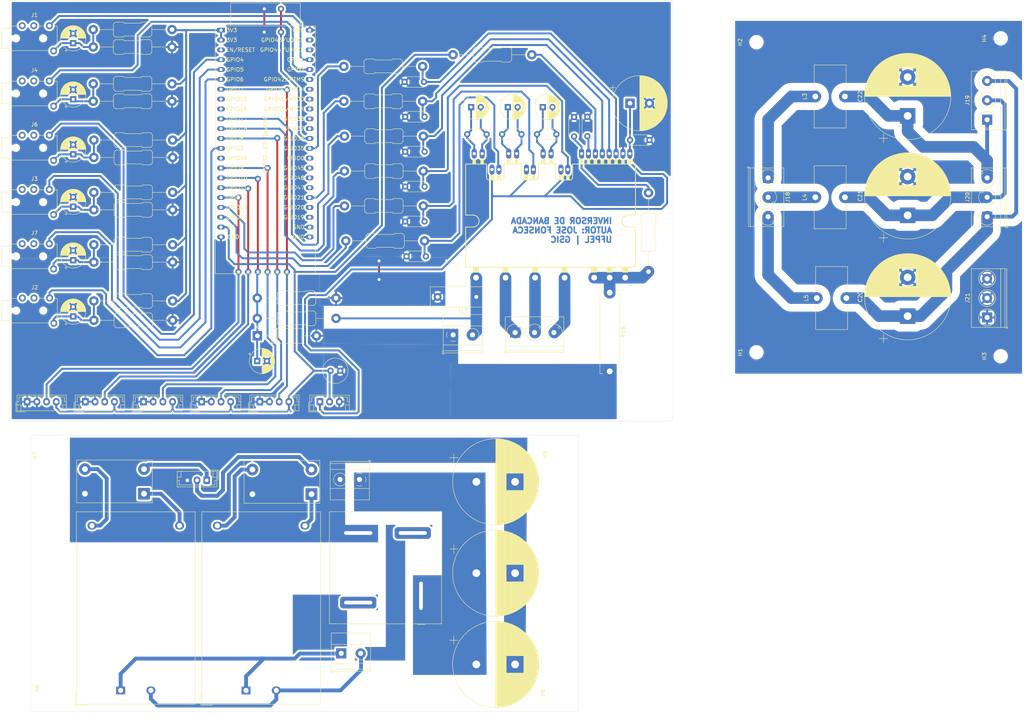
<source format=kicad_pcb>
(kicad_pcb (version 20240108) (generator "pcbnew") (generator_version "8.0")
  (layers (0 "F.Cu" signal) (31 "B.Cu" signal) (34 "B.Paste" user) (35 "F.Paste" user) (36 "B.SilkS" user "B.Silkscreen") (37 "F.SilkS" user "F.Silkscreen") (38 "B.Mask" user) (39 "F.Mask" user) (44 "Edge.Cuts" user))
  (net 0 "")
  (net 1 "PWM_UH")
  (net 2 "GND")
  (net 3 "PWM_VL")
  (net 4 "PWM_WL")
  (net 5 "PWM_VH")
  (net 6 "PWM_WH")
  (net 7 "+5V")
  (net 8 "PWM_UL")
  (net 9 "VBUS")
  (net 10 "INWH")
  (net 11 "INVH")
  (net 12 "INUH")
  (net 13 "INWL")
  (net 14 "INVL")
  (net 15 "INUL")
  (net 16 "Net-(IC1-VBU)")
  (net 17 "Net-(IC1-VSU)")
  (net 18 "Net-(IC1-VBV)")
  (net 19 "Net-(IC1-VSV)")
  (net 20 "Net-(IC1-VBW)")
  (net 21 "Net-(IC1-VSW)")
  (net 22 "Net-(IC1-CFOD)")
  (net 23 "+15V")
  (net 24 "CSC")
  (net 25 "Net-(C25-Pad1)")
  (net 26 "Net-(C26-Pad1)")
  (net 27 "Net-(C27-Pad1)")
  (net 28 "Net-(C28-Pad1)")
  (net 29 "Net-(C29-Pad1)")
  (net 30 "Net-(C30-Pad1)")
  (net 31 "VoltSens_Link")
  (net 32 "Net-(IC1-U)")
  (net 33 "Net-(IC1-W)")
  (net 34 "Net-(IC1-V)")
  (net 35 "VFO")
  (net 36 "AmpSens_L1_AF")
  (net 37 "AmpSens_L2_AF")
  (net 38 "AmpSens_L3_AF")
  (net 39 "AmpSens_L1_DF")
  (net 40 "AmpSens_L2_DF")
  (net 41 "AmpSens_L3_DF")
  (net 42 "VoltSens_L1")
  (net 43 "VoltSens_L2")
  (net 44 "VoltSens_L3")
  (net 45 "VoltSens_L12")
  (net 46 "VoltSens_L23")
  (net 47 "+3.3V")
  (net 66 "Net-(IC1-NU)")
  (net 67 "Net-(C20-Pad1)")
  (net 68 "Net-(C21-Pad1)")
  (net 69 "Net-(C22-Pad1)")
  (net 70 "Net-(J18-Pad2)")
  (net 71 "Net-(J18-Pad1)")
  (net 72 "Net-(J18-Pad3)")
  (footprint "PCM_Resistor_THT_AKL:R_Axial_DIN0411_L9.9mm_D3.6mm_P20.32mm_Horizontal" (layer "F.Cu") (at 78.23 90)
    (property "Reference" "R29" (hide yes))
    (property "Value" "10k" (hide yes))
  )
  (footprint "PCM_Resistor_THT_AKL:R_Axial_DIN0411_L9.9mm_D3.6mm_P20.32mm_Horizontal" (layer "F.Cu") (at 179.15 62.84 -90)
    (property "Reference" "R13" (hide yes))
    (property "Value" "100" (hide yes))
  )
  (footprint "PCM_Resistor_THT_AKL:R_Axial_DIN0411_L9.9mm_D3.6mm_P20.32mm_Horizontal" (layer "F.Cu") (at 56.25 20.74 180)
    (property "Reference" "R7" (hide yes))
    (property "Value" "10k" (hide yes))
  )
  (footprint "Capacitor_THT:C_Disc_D4.7mm_W2.5mm_P5.00mm" (layer "F.Cu") (at 159.95 48.3 90)
    (property "Reference" "C23" (hide yes))
    (property "Value" "10n")
  )
  (footprint "Connector_JST:JST_EH_B4B-EH-A_1x04_P2.50mm_Vertical" (layer "F.Cu") (at 33.89 116.74)
    (property "Reference" "J12" (hide yes))
    (property "Value" "JST_04")
  )
  (footprint "Connector_JST:JST_EH_B4B-EH-A_1x04_P2.50mm_Vertical" (layer "F.Cu") (at 78.89 116.74)
    (property "Reference" "J9" (hide yes))
    (property "Value" "JST_04")
  )
  (footprint "PCM_Resistor_THT_AKL:R_Axial_DIN0411_L9.9mm_D3.6mm_P20.32mm_Horizontal" (layer "F.Cu") (at 100.73 57.24)
    (property "Reference" "R4" (hide yes))
    (property "Value" "100" (hide yes))
  )
  (footprint "Inductor_THT:L_Toroid_Vertical_L16.0mm_W8.0mm_P7.62mm" (layer "F.Cu") (at 222.19 38 90)
    (property "Reference" "L3")
    (property "Value" "220uH")
  )
  (footprint "MountingHole:MountingHole_3.2mm_M3" (layer "F.Cu") (at 156.69625 130.30375 90)
    (property "Reference" "H5")
    (property "Value" "MountingHole_M3")
  )
  (footprint "MountingHole:MountingHole_3.2mm_M3" (layer "F.Cu") (at 207 104 90)
    (property "Reference" "H1")
    (property "Value" "MountingHole_M3")
  )
  (footprint "Inductor_THT:L_Toroid_Vertical_L16.0mm_W8.0mm_P7.62mm" (layer "F.Cu") (at 222.19 64 90)
    (property "Reference" "L4")
    (property "Value" "220uH")
  )
  (footprint "PCM_Resistor_THT_AKL:R_Axial_DIN0411_L9.9mm_D3.6mm_P20.32mm_Horizontal" (layer "F.Cu") (at 100.73 48.24)
    (property "Reference" "R3" (hide yes))
    (property "Value" "100" (hide yes))
  )
  (footprint "PCM_Resistor_THT_AKL:R_Axial_DIN0411_L9.9mm_D3.6mm_P20.32mm_Horizontal" (layer "F.Cu") (at 56.41 62.74 180)
    (property "Reference" "R18" (hide yes))
    (property "Value" "10k" (hide yes))
  )
  (footprint "PCM_Resistor_THT_AKL:R_Axial_DIN0411_L9.9mm_D3.6mm_P20.32mm_Horizontal" (layer "F.Cu") (at 56.41 49.24 180)
    (property "Reference" "R23" (hide yes))
    (property "Value" "10k" (hide yes))
  )
  (footprint "MountingHole:MountingHole_3.2mm_M3" (layer "F.Cu") (at 25.69625 190.70375 90)
    (property "Reference" "H8")
    (property "Value" "MountingHole_M3")
  )
  (footprint "TerminalBlock_Phoenix:TerminalBlock_Phoenix_MKDS-1,5-2_1x02_P5.00mm_Horizontal" (layer "F.Cu") (at 99.9 181.645)
    (property "Reference" "J5" (hide yes))
    (property "Value" "Screw_Terminal_01x02")
  )
  (footprint "Connector_Audio:Jack_3.5mm_KoreanHropartsElec_PJ-320D-4A_Horizontal" (layer "F.Cu") (at 20.75 37.24)
    (property "Reference" "J4")
    (property "Value" "AudioJack2")
  )
  (footprint "Capacitor_THT:C_Radial_D6.3mm_H5.0mm_P2.50mm" (layer "F.Cu") (at 97.14 108.74)
    (property "Reference" "C7" (hide yes))
    (property "Value" "10u")
  )
  (footprint "FSBB30CH60:FSBB30CH60" (layer "F.Cu") (at 153.89 68.74 180)
    (property "Reference" "IC1" (hide yes))
    (property "Value" "FSBB30CH60")
  )
  (footprint "Capacitor_THT:C_Disc_D4.7mm_W2.5mm_P5.00mm" (layer "F.Cu") (at 141.39 47.74)
    (property "Reference" "C16" (hide yes))
    (property "Value" "100n")
  )
  (footprint "TerminalBlock_Phoenix:TerminalBlock_Phoenix_PT-1,5-3-5.0-H_1x03_P5.00mm_Horizontal" (layer "F.Cu") (at 266.5 69 90)
    (property "Reference" "J20")
    (property "Value" "Screw_Terminal_3_P5.00mm")
  )
  (footprint "Connector_JST:JST_EH_B4B-EH-A_1x04_P2.50mm_Vertical" (layer "F.Cu") (at 48.89 116.74)
    (property "Reference" "J11" (hide yes))
    (property "Value" "JST_04")
  )
  (footprint "Connector_Audio:Jack_3.5mm_KoreanHropartsElec_PJ-320D-4A_Horizontal" (layer "F.Cu") (at 20.8 93.24)
    (property "Reference" "J2")
    (property "Value" "AudioJack2")
  )
  (footprint "Connector_JST:JST_EH_B4B-EH-A_1x04_P2.50mm_Vertical" (layer "F.Cu") (at 63.89 116.74)
    (property "Reference" "J10" (hide yes))
    (property "Value" "JST_04")
  )
  (footprint "PCM_Resistor_THT_AKL:R_Axial_DIN0411_L9.9mm_D3.6mm_P20.32mm_Horizontal" (layer "F.Cu") (at 35.93 39.24)
    (property "Reference" "R25" (hide yes))
    (property "Value" "10k" (hide yes))
  )
  (footprint "PCM_Resistor_THT_AKL:R_Axial_DIN0411_L9.9mm_D3.6mm_P20.32mm_Horizontal" (layer "F.Cu") (at 100.73 66.24)
    (property "Reference" "R1" (hide yes))
    (property "Value" "100" (hide yes))
  )
  (footprint "Capacitor_THT:CP_Radial_D6.3mm_P2.50mm" (layer "F.Cu") (at 30.75 66.42238 90)
    (property "Reference" "C27" (hide yes))
    (property "Value" "10u" (hide yes))
  )
  (footprint "Capacitor_THT:C_Disc_D4.7mm_W2.5mm_P5.00mm" (layer "F.Cu") (at 121.73 79.24 180)
    (property "Reference" "C5" (hide yes))
    (property "Value" "1n")
  )
  (footprint "Converter_ACDC:Converter_ACDC_Hi-Link_HLK-10Mxx" (layer "F.Cu") (at 75.3425 191.2075 90)
    (property "Reference" "PS1" (hide yes))
    (property "Value" "HLK-10M05")
  )
  (footprint "Capacitor_THT:C_Disc_D4.7mm_W2.5mm_P5.00mm" (layer "F.Cu") (at 121.39 52.24 180)
    (property "Reference" "C6" (hide yes))
    (property "Value" "1n")
  )
  (footprint "Capacitor_THT:CP_Radial_D22.0mm_P10.00mm_SnapIn" (layer "F.Cu") (at 246 68.657831 90)
    (property "Reference" "C21")
    (property "Value" "100u/500V")
  )
  (footprint "TerminalBlock_Phoenix:TerminalBlock_Phoenix_PT-1,5-3-5.0-H_1x03_P5.00mm_Horizontal" (layer "F.Cu") (at 266.5 44 90)
    (property "Reference" "J19")
    (property "Value" "Screw_Terminal_3_P5.00mm")
  )
  (footprint "Converter_ACDC:Converter_ACDC_Hi-Link_HLK-10Mxx" (layer "F.Cu") (at 43 191.2 90)
    (property "Reference" "PS2" (hide yes))
    (property "Value" "HLK-10M15")
  )
  (footprint "TerminalBlock_Phoenix:TerminalBlock_Phoenix_MKDS-1,5-2_1x02_P5.00mm_Horizontal" (layer "F.Cu") (at 128.75 99.5)
    (property "Reference" "J17")
    (property "Value" "Screw_Terminal_01x02")
  )
  (footprint "TerminalBlock_Phoenix:TerminalBlock_Phoenix_MKDS-1,5-2_1x02_P5.00mm_Horizontal" (layer "F.Cu") (at 104.6 136.8 180)
    (property "Reference" "J14" (hide yes))
    (property "Value" "Screw_Terminal_01x02" (hide yes))
  )
  (footprint "Capacitor_THT:C_Disc_D4.7mm_W2.5mm_P5.00mm" (layer "F.Cu") (at 174.39 49.24)
    (property "Reference" "C19" (hide yes))
    (property "Value" "1u")
  )
  (footprint "Capacitor_THT:CP_Radial_D22.0mm_P10.00mm_SnapIn" (layer "F.Cu") (at 134.742168 184.5)
    (property "Reference" "C3" (hide yes))
    (property "Value" "100u/500V")
  )
  (footprint "Capacitor_THT:CP_Radial_D6.3mm_P2.50mm" (layer "F.Cu") (at 133.39 40.74)
    (property "Reference" "C13" (hide yes))
    (property "Value" "22u")
  )
  (footprint "PCM_Resistor_THT_AKL:R_Axial_DIN0411_L9.9mm_D3.6mm_P20.32mm_Horizontal" (layer "F.Cu") (at 128.73 27.24)
    (property "Reference" "R12" (hide yes))
    (property "Value" "4k7" (hide yes))
  )
  (footprint "Capacitor_THT:CP_Radial_D6.3mm_P2.50mm" (layer "F.Cu") (at 151.89 40.74)
    (property "Reference" "C11" (hide yes))
    (property "Value" "22u")
  )
  (footprint "TerminalBlock_Phoenix:TerminalBlock_Phoenix_PT-1,5-3-5.0-H_1x03_P5.00mm_Horizontal" (layer "F.Cu") (at 144.75 98.9)
    (property "Reference" "J8" (hide yes))
    (property "Value" "Screw_Terminal_3_P5.00mm")
  )
  (footprint "Capacitor_THT:CP_Radial_D6.3mm_P2.50mm" (layer "F.Cu") (at 30.75 38.74 90)
    (property "Reference" "C28" (hide yes))
    (property "Value" "10u" (hide yes))
  )
  (footprint "Capacitor_THT:C_Disc_D4.7mm_W2.5mm_P5.00mm" (layer "F.Cu") (at 121.39 61.24 180)
    (property "Reference" "C8" (hide yes))
    (property "Value" "1n")
  )
  (footprint "Capacitor_THT:CP_Radial_D22.0mm_P10.00mm_SnapIn" (layer "F.Cu") (at 134.742168 137.4)
    (property "Reference" "C1" (hide yes))
    (property "Value" "100u/500V")
  )
  (footprint "Capacitor_THT:C_Disc_D6.0mm_W2.5mm_P5.00mm" (layer "F.Cu") (at 163.39 48.24 90)
    (property "Reference" "C14" (hide yes))
    (property "Value" "33n")
  )
  (footprint "Diode_THT:Diode_Bridge_DIGITRON_KBPC_T" (layer "F.Cu") (at 120.47 166.8 180)
    (property "Reference" "D1" (hide yes))
    (property "Value" "KBPC5010T")
  )
  (footprint "Capacitor_THT:CP_Radial_D14.0mm_P5.00mm" (layer "F.Cu") (at 174.39 39.74)
    (property "Reference" "C18" (hide yes))
    (property "Value" "1000u")
  )
  (footprint "MountingHole:MountingHole_3.2mm_M3" (layer "F.Cu") (at 207 24 90)
    (property "Reference" "H2")
    (property "Value" "MountingHole_M3")
  )
  (footprint "Capacitor_THT:C_Disc_D4.7mm_W2.5mm_P5.00mm" (layer "F.Cu") (at 121.39 43.24 180)
    (property "Reference" "C9" (hide yes))
    (property "Value" "1n")
  )
  (footprint "Connector_JST:JST_EH_B3B-EH-A_1x03_P2.50mm_Vertical" (layer "F.Cu") (at 94.39 116.74)
    (property "Reference" "J16" (hide yes))
    (property "Value" "JST_03")
  )
  (footprint "Connector_JST:JST_EH_B3B-EH-A_1x03_P2.50mm_Vertical" (layer "F.Cu") (at 65.2 137 180)
    (property "Reference" "J15" (hide yes))
    (property "Value" "JST_03")
  )
  (footprint "PCM_Resistor_THT_AKL:R_Axial_DIN0411_L9.9mm_D3.6mm_P20.32mm_Horizontal" (layer "F.Cu") (at 36.09 95.74)
    (property "Reference" "R20" (hide yes))
    (property "Value" "10k" (hide yes))
  )
  (footprint "MountingHole:MountingHole_3.2mm_M3" (layer "F.Cu") (at 270 105 90)
    (property "Reference" "H3")
    (property "Value" "MountingHole_M3")
  )
  (footprint "Diode_THT:D_DO-15_P15.24mm_Horizontal" (layer "F.Cu") (at 78.27 99.74)
    (property "Reference" "DZ1" (hide yes))
    (property "Value" "3v3")
  )
  (footprint "Inductor_THT:L_CommonMode_Toroid_Vertical_L19.3mm_W10.8mm_Px6.35mm_Py15.24mm_Bourns_8100" (layer "F.Cu") (at 49.02 140.475 180)
    (property "Reference" "L2" (hide yes))
    (property "Value" "Choke")
  )
  (footprint "PCM_Resistor_THT_AKL:R_Axial_DIN0411_L9.9mm_D3.6mm_P20.32mm_Horizontal" (layer "F.Cu") (at 100.57 30.24)
    (property "Reference" "R6" (hide yes))
    (property "Value" "100" (hide yes))
  )
  (footprint "Connector_Audio:Jack_3.5mm_KoreanHropartsElec_PJ-320D-4A_Horizontal" (layer "F.Cu") (at 20.75 79.24)
    (property "Reference" "J7")
    (property "Value" "AudioJack2")
  )
  (footprint "PCM_Resistor_THT_AKL:R_Axial_DIN0411_L9.9mm_D3.6mm_P20.32mm_Horizontal" (layer "F.Cu") (at 101.07 75.24)
    (property "Reference" "R2" (hide yes))
    (property "Value" "100" (hide yes))
  )
  (footprint "Capacitor_THT:C_Disc_D4.7mm_W2.5mm_P5.00mm" (layer "F.Cu") (at 132.39 47.74)
    (property "Reference" "C17" (hide yes))
    (property "Value" "100n")
  )
  (footprint "Capacitor_THT:CP_Radial_D6.3mm_P2.50mm" (layer "F.Cu") (at 30.75 80.24 90)
    (property "Reference" "C30" (hide yes))
    (property "Value" "10u" (hide yes))
  )
  (footprint "Connector_Audio:Jack_3.5mm_KoreanHropartsElec_PJ-320D-4A_Horizontal" (layer "F.Cu") (at 20.75 65.24)
    (property "Reference" "J3")
    (property "Value" "AudioJack2")
  )
  (footprint "Capacitor_THT:C_Rect_L13.5mm_W5.0mm_P10.00mm_FKS3_FKP3_MKS4" (layer "F.Cu") (at 134.75 89.7 180)
    (property "Reference" "C24" (hide yes))
    (property "Value" "0.22u/400v")
  )
  (footprint "Capacitor_THT:CP_Radial_D6.3mm_P2.50mm" (layer "F.Cu") (at 30.75 24.24 90)
    (property "Reference" "C25" (hide yes))
    (property "Value" "10u" (hide yes))
  )
  (footprint "Capacitor_THT:CP_Radial_D22.0mm_P10.00mm_SnapIn" (layer "F.Cu") (at 246 43 90)
    (property "Reference" "C22")
    (property "Value" "100u/500V")
  )
  (footprint "PCM_Resistor_THT_AKL:R_Axial_DIN0411_L9.9mm_D3.6mm_P20.32mm_Horizontal" (layer "F.Cu") (at 36.09 53.74)
    (property "Reference" "R26" (hide yes))
    (property "Value" "10k" (hide yes))
  )
  (footprint "Inductor_THT:L_Toroid_Vertical_L16.0mm_W8.0mm_P7.62mm" (layer "F.Cu") (at 222.57 90 90)
    (property "Reference" "L5")
    (property "Value" "220uH")
  )
  (footprint "Capacitor_THT:C_Disc_D4.7mm_W2.5mm_P5.00mm" (layer "F.Cu") (at 121.39 70.24 180)
    (property "Reference" "C4" (hide yes))
    (property "Value" "1n")
  )
  (footprint "PCM_Resistor_THT_AKL:R_Axial_DIN0411_L9.9mm_D3.6mm_P20.32mm_Horizontal" (layer "F.Cu") (at 98.55 95.24 180)
    (property "Reference" "R28" (hide yes))
    (property "Value" "1M" (hide yes))
  )
  (footprint "Capacitor_THT:CP_Radial_D22.0mm_P10.00mm_SnapIn" (layer "F.Cu") (at 134.742168 160.95)
    (property "Reference" "C2" (hide yes))
    (property "Value" "100u/500V")
  )
  (footprint "PCM_Resistor_THT_AKL:R_Axial_DIN0411_L9.9mm_D3.6mm_P20.32mm_Horizontal" (layer "F.Cu") (at 35.93 25.24)
    (property "Reference" "R19" (hide yes))
    (property "Value" "10k" (hide yes))
  )
  (footprint "Capacitor_THT:CP_Radial_D6.3mm_P2.50mm" (layer "F.Cu") (at 30.75 52.92238 90)
    (property "Reference" "C29" (hide yes))
    (property "Value" "10u" (hide yes))
  )
  (footprint "PCM_Resistor_THT_AKL:R_Axial_DIN0411_L9.9mm_D3.6mm_P20.32mm_Horizontal" (layer "F.Cu") (at 36.09 80.74)
    (property "Reference" "R27" (hide yes))
    (property "Value" "10k" (hide yes))
  )
  (footprint "Capacitor_THT:CP_Radial_D22.0mm_P10.00mm_SnapIn" (layer "F.Cu") (at 246 94.657831 90)
    (property "Reference" "C20")
    (property "Value" "100u/500V")
  )
  (footprint "PCM_Resistor_THT_AKL:R_Axial_DIN0411_L9.9mm_D3.6mm_P20.32mm_Horizontal" (layer "F.Cu") (at 36.09 67.24)
    (property "Reference" "R21" (hide yes))
    (property "Value" "10k" (hide yes))
  )
  (footprint "TerminalBlock_Phoenix:TerminalBlock_Phoenix_PT-1,5-3-5.0-H_1x03_P5.00mm_Horizontal" (layer "F.Cu") (at 266.5 95 90)
    (property "Reference" "J21")
    (property "Value" "Screw_Terminal_3_P5.00mm")
  )
  (footprint "MountingHole:MountingHole_3.2mm_M3" (layer "F.Cu") (at 25.19625 130.60375 90)
    (property "Reference" "H7")
    (property "Value" "MountingHole_M3")
  )
  (footprint "Capacitor_THT:CP_Radial_D6.3mm_P2.50mm" (layer "F.Cu") (at 142.89 40.74)
    (property "Reference" "C12" (hide yes))
    (property "Value" "22u")
  )
  (footprint "Inductor_THT:L_CommonMode_Toroid_Vertical_L19.3mm_W10.8mm_Px6.35mm_Py15.24mm_Bourns_8100" (layer "F.Cu") (at 92.22 140.575 180)
    (property "Reference" "L1" (hide yes))
    (property "Value" "Choke")
  )
  (footprint "PCM_Resistor_THT_AKL:R_Bare_Metal_Element_L21.3mm_W4.8mm_P20.30mm" (layer "F.Cu") (at 169.15 88.6 -90)
    (property "Reference" "R16")
    (property "Value" "11m" (hide yes))
  )
  (footprint "PCM_Resistor_THT_AKL:R_Axial_DIN0411_L9.9mm_D3.6mm_P20.32mm_Horizontal" (layer "F.Cu") (at 56.41 90.74 180)
    (property "Reference" "R8" (hide yes))
    (property "Value" "10k" (hide yes))
  )
  (footprint "PCM_Resistor_THT_AKL:R_Axial_DIN0411_L9.9mm_D3.6mm_P20.32mm_Horizontal" (layer "F.Cu") (at 56.41 76.24 180)
    (property "Reference" "R24" (hide yes))
    (property "Value" "10k" (hide yes))
  )
  (footprint "PCM_Resistor_THT_AKL:R_Axial_DIN0411_L9.9mm_D3.6mm_P20.32mm_Horizontal" (layer "F.Cu") (at 100.57 39.24)
    (property "Reference" "R5" (hide yes))
    (property "Value" "100" (hide yes))
  )
  (footprint "MountingHole:MountingHole_3.2mm_M3" (layer "F.Cu") (at 270 23 90)
    (property "Reference" "H4")
    (property "Value" "MountingHole_M3")
  )
  (footprint "Connector_Audio:Jack_3.5mm_KoreanHropartsElec_PJ-320D-4A_Horizontal" (layer "F.Cu") (at 20.75 51.24)
    (property "Reference" "J6")
    (property "Value" "AudioJack2")
  )
  (footprint "Capacitor_THT:CP_Radial_D6.3mm_P2.50mm" (layer "F.Cu") (at 78.207621 106.24)
    (property "Reference" "C31" (hide yes))
    (property "Value" "10u")
  )
  (footprint "Connector_Audio:Jack_3.5mm_KoreanHropartsElec_PJ-320D-4A_Horizontal" (layer "F.Cu") (at 20.75 23)
    (property "Reference" "J1")
    (property "Value" "AudioJack2")
  )
  (footprint "PCM_Espressif:ESP32-S3-DevKitC" (layer "F.Cu") (at 68.89 20.9)
    (property "Reference" "U1" (hide yes))
    (property "Value" "ESP32-S3-DevKitC")
  )
  (footprint "PCM_Resistor_THT_AKL:R_Axial_DIN0411_L9.9mm_D3.6mm_P20.32mm_Horizontal" (layer "F.Cu") (at 56.25 34.74 180)
    (property "Reference" "R22" (hide yes))
    (property "Value" "10k" (hide yes))
  )
  (footprint "Connector_JST:JST_EH_B4B-EH-A_1x04_P2.50mm_Vertical" (layer "F.Cu") (at 18.89 116.74)
    (property "Reference" "J13" (hide yes))
    (property "Value" "JST_04")
  )
  (footprint "Capacitor_THT:CP_Radial_D6.3mm_P2.50mm" (layer "F.Cu") (at 30.75 94.74 90)
    (property "Reference" "C26" (hide yes))
    (property "Value" "10u" (hide yes))
  )
  (footprint "Capacitor_THT:C_Disc_D4.7mm_W2.5mm_P5.00mm" (layer "F.Cu") (at 150.39 47.74)
    (property "Reference" "C15" (hide yes))
    (property "Value" "100n")
  )
  (footprint "Capacitor_THT:C_Disc_D4.7mm_W2.5mm_P5.00mm" (layer "F.Cu") (at 121.23 34.24 180)
    (property "Reference" "C10" (hide yes))
    (property "Value" "1n")
  )
  (footprint "TerminalBlock_Phoenix:TerminalBlock_Phoenix_PT-1,5-3-5.0-H_1x03_P5.00mm_Horizontal" (layer "F.Cu") (at 210 59 -90)
    (property "Reference" "J18")
    (property "Value" "Screw_Terminal_3_P5.00mm")
  )
  (footprint "MountingHole:MountingHole_3.2mm_M3" (layer "F.Cu") (at 156.09625 191.80375 90)
    (property "Reference" "H6")
    (property "Value" "MountingHole_M3")
  )
  (gr_rect (start 201 18) (end 276 110) (stroke (width 0.05)) (fill none) (layer "Edge.Cuts"))
  (gr_rect (start 14.39 13.14) (end 185.39 121.74) (stroke (width 0.05)) (fill none) (layer "Edge.Cuts"))
  (gr_rect (start 19.8 125.4) (end 161 196.6) (stroke (width 0.05)) (fill none) (layer "Edge.Cuts"))
  (gr_text "INVERSOR DE BANCADA\nAUTOR: JOSE FONSECA\nUFPEL | GSIC" (at 169.95 75.8 0) (layer "B.Cu") (effects (font (size 1.5 1.5) (thickness 0.375) (bold yes)) (justify left bottom mirror)))
  (segment (start 39.4 136.5) (end 39.4 147) (width 1) (layer "B.Cu") (net 0))
  (segment (start 76.98 134.225) (end 74.175 134.225) (width 1) (layer "B.Cu") (net 0))
  (segment (start 75.3425 191.2075) (end 75.3425 187.5575) (width 1) (layer "B.Cu") (net 0))
  (segment (start 92.22 140.575) (end 92.22 147.03) (width 1) (layer "B.Cu") (net 0))
  (segment (start 37.025 134.125) (end 39.4 136.5) (width 1) (layer "B.Cu") (net 0))
  (segment (start 50.8 193.4) (end 50.8 191.2) (width 1) (layer "B.Cu") (net 0))
  (segment (start 105 185.9) (end 99.6925 191.2075) (width 1) (layer "B.Cu") (net 0))
  (segment (start 92.22 147.03) (end 90.5425 148.7075) (width 1) (layer "B.Cu") (net 0))
  (segment (start 99.6925 191.2075) (end 83.1425 191.2075) (width 1) (layer "B.Cu") (net 0))
  (segment (start 99.9 181.7) (end 89.2 181.7) (width 1) (layer "B.Cu") (net 0))
  (segment (start 79.1 183) (end 46.9 183) (width 1) (layer "B.Cu") (net 0))
  (segment (start 79.9 183) (end 79.1 183) (width 1) (layer "B.Cu") (net 0))
  (segment (start 83.1425 193.5575) (end 81.6 195.1) (width 1) (layer "B.Cu") (net 0))
  (segment (start 43 186.9) (end 43 191.2) (width 1) (layer "B.Cu") (net 0))
  (segment (start 87.9 183) (end 79.1 183) (width 1) (layer "B.Cu") (net 0))
  (segment (start 72.4 146.5) (end 70.1925 148.7075) (width 1) (layer "B.Cu") (net 0))
  (segment (start 52.5 195.1) (end 50.8 193.4) (width 1) (layer "B.Cu") (net 0))
  (segment (start 70.1925 148.7075) (end 67.9425 148.7075) (width 1) (layer "B.Cu") (net 0))
  (segment (start 89.2 181.7) (end 87.9 183) (width 1) (layer "B.Cu") (net 0))
  (segment (start 105 181.8) (end 105 185.9) (width 1) (layer "B.Cu") (net 0))
  (segment (start 53.375 140.475) (end 58.2 145.3) (width 1) (layer "B.Cu") (net 0))
  (segment (start 49.02 140.475) (end 53.375 140.475) (width 1) (layer "B.Cu") (net 0))
  (segment (start 74.175 134.225) (end 72.4 136) (width 1) (layer "B.Cu") (net 0))
  (segment (start 83.1425 191.2075) (end 83.1425 193.5575) (width 1) (layer "B.Cu") (net 0))
  (segment (start 39.4 147) (end 37.7 148.7) (width 1) (layer "B.Cu") (net 0))
  (segment (start 100 181.8) (end 99.9 181.7) (width 1) (layer "B.Cu") (net 0))
  (segment (start 75.3425 187.5575) (end 79.9 183) (width 1) (layer "B.Cu") (net 0))
  (segment (start 46.9 183) (end 43 186.9) (width 1) (layer "B.Cu") (net 0))
  (segment (start 37.7 148.7) (end 35.6 148.7) (width 1) (layer "B.Cu") (net 0))
  (segment (start 72.4 136) (end 72.4 146.5) (width 1) (layer "B.Cu") (net 0))
  (segment (start 81.6 195.1) (end 52.5 195.1) (width 1) (layer "B.Cu") (net 0))
  (segment (start 33.78 134.125) (end 37.025 134.125) (width 1) (layer "B.Cu") (net 0))
  (segment (start 58.2 145.3) (end 58.2 148.7) (width 1) (layer "B.Cu") (net 0))
  (segment (start 85.39 47.74) (end 85.39 73.74) (width 0.5) (layer "B.Cu") (net 1))
  (segment (start 89.39 77.74) (end 93.89 77.74) (width 0.5) (layer "B.Cu") (net 1))
  (segment (start 68.89 46.3) (end 83.95 46.3) (width 0.5) (layer "B.Cu") (net 1))
  (segment (start 98.89 57.74) (end 100.23 57.74) (width 0.5) (layer "B.Cu") (net 1))
  (segment (start 83.95 46.3) (end 85.39 47.74) (width 0.5) (layer "B.Cu") (net 1))
  (segment (start 100.23 57.74) (end 100.73 57.24) (width 0.5) (layer "B.Cu") (net 1))
  (segment (start 97.89 63.74) (end 97.89 58.74) (width 0.5) (layer "B.Cu") (net 1))
  (segment (start 95.39 66.24) (end 97.89 63.74) (width 0.5) (layer "B.Cu") (net 1))
  (segment (start 93.89 77.74) (end 95.39 76.24) (width 0.5) (layer "B.Cu") (net 1))
  (segment (start 95.39 76.24) (end 95.39 66.24) (width 0.5) (layer "B.Cu") (net 1))
  (segment (start 97.89 58.74) (end 98.89 57.74) (width 0.5) (layer "B.Cu") (net 1))
  (segment (start 85.39 73.74) (end 89.39 77.74) (width 0.5) (layer "B.Cu") (net 1))
  (segment (start 109.65 85.2) (end 109.65 80.4) (width 0.5) (layer "F.Cu") (net 2))
  (segment (start 80.05 21.4) (end 80.05 15.4) (width 0.5) (layer "F.Cu") (net 2))
  (via (at 80.05 15.4) (size 1.6) (drill 0.8) (layers "F.Cu" "B.Cu") (net 2))
  (via (at 109.65 80.4) (size 1.6) (drill 0.8) (layers "F.Cu" "B.Cu") (net 2))
  (via (at 109.65 85.2) (size 1.6) (drill 0.8) (layers "F.Cu" "B.Cu") (net 2))
  (via (at 80.05 21.4) (size 1.6) (drill 0.8) (layers "F.Cu" "B.Cu") (net 2))
  (segment (start 95.39 62.24) (end 95.39 42.24) (width 0.5) (layer "B.Cu") (net 3))
  (segment (start 95.39 42.24) (end 98.39 39.24) (width 0.5) (layer "B.Cu") (net 3))
  (segment (start 98.39 39.24) (end 100.57 39.24) (width 0.5) (layer "B.Cu") (net 3))
  (segment (start 91.75 64.08) (end 93.55 64.08) (width 0.5) (layer "B.Cu") (net 3))
  (segment (start 93.55 64.08) (end 95.39 62.24) (width 0.5) (layer "B.Cu") (net 3))
  (segment (start 87.15 47.2) (end 87.15 73.5) (width 0.5) (layer "B.Cu") (net 4))
  (segment (start 89.89 76.24) (end 93.39 76.24) (width 0.5) (layer "B.Cu") (net 4))
  (segment (start 93.39 76.24) (end 93.89 75.74) (width 0.5) (layer "B.Cu") (net 4))
  (segment (start 93.89 65.74) (end 96.59 63.04) (width 0.5) (layer "B.Cu") (net 4))
  (segment (start 96.59 63.04) (end 96.59 50.54) (width 0.5) (layer "B.Cu") (net 4))
  (segment (start 83.71 43.76) (end 87.15 47.2) (width 0.5) (layer "B.Cu") (net 4))
  (segment (start 93.89 75.74) (end 93.89 65.74) (width 0.5) (layer "B.Cu") (net 4))
  (segment (start 87.15 73.5) (end 89.89 76.24) (width 0.5) (layer "B.Cu") (net 4))
  (segment (start 96.59 50.54) (end 98.89 48.24) (width 0.5) (layer "B.Cu") (net 4))
  (segment (start 68.89 43.76) (end 83.71 43.76) (width 0.5) (layer "B.Cu") (net 4))
  (segment (start 98.89 48.24) (end 100.73 48.24) (width 0.5) (layer "B.Cu") (net 4))
  (segment (start 98.39 66.24) (end 100.73 66.24) (width 0.5) (layer "B.Cu") (net 5))
  (segment (start 97.89 66.74) (end 98.39 66.24) (width 0.5) (layer "B.Cu") (net 5))
  (segment (start 89.89 80.24) (end 94.89 80.24) (width 0.5) (layer "B.Cu") (net 5))
  (segment (start 74.89 70.74) (end 74.89 77.24) (width 0.5) (layer "B.Cu") (net 5))
  (segment (start 68.89 66.62) (end 70.77 66.62) (width 0.5) (layer "B.Cu") (net 5))
  (segment (start 70.77 66.62) (end 74.89 70.74) (width 0.5) (layer "B.Cu") (net 5))
  (segment (start 87.89 78.24) (end 89.89 80.24) (width 0.5) (layer "B.Cu") (net 5))
  (segment (start 97.89 77.24) (end 97.89 66.74) (width 0.5) (layer "B.Cu") (net 5))
  (segment (start 75.89 78.24) (end 87.89 78.24) (width 0.5) (layer "B.Cu") (net 5))
  (segment (start 74.89 77.24) (end 75.89 78.24) (width 0.5) (layer "B.Cu") (net 5))
  (segment (start 94.89 80.24) (end 97.89 77.24) (width 0.5) (layer "B.Cu") (net 5))
  (segment (start 101.07 77.06) (end 96.39 81.74) (width 0.5) (layer "B.Cu") (net 6))
  (segment (start 101.07 75.24) (end 101.07 77.06) (width 0.5) (layer "B.Cu") (net 6))
  (segment (start 70.30728 69.15728) (end 68.88632 69.15728) (width 0.5) (layer "B.Cu") (net 6))
  (segment (start 74.39 79.74) (end 72.89 78.24) (width 0.5) (layer "B.Cu") (net 6))
  (segment (start 72.89 71.74) (end 70.30728 69.15728) (width 0.5) (layer "B.Cu") (net 6))
  (segment (start 96.39 81.74) (end 89.39 81.74) (width 0.5) (layer "B.Cu") (net 6))
  (segment (start 87.39 79.74) (end 74.39 79.74) (width 0.5) (layer "B.Cu") (net 6))
  (segment (start 72.89 78.24) (end 72.89 71.74) (width 0.5) (layer "B.Cu") (net 6))
  (segment (start 89.39 81.74) (end 87.39 79.74) (width 0.5) (layer "B.Cu") (net 6))
  (segment (start 41.39 118.74) (end 40.89 119.24) (width 0.5) (layer "B.Cu") (net 7))
  (segment (start 85.89 119.24) (end 71.89 119.24) (width 0.5) (layer "B.Cu") (net 7))
  (segment (start 118.89 27.24) (end 110.39 35.74) (width 0.5) (layer "B.Cu") (net 7))
  (segment (start 63.9 141) (end 62.7 139.8) (width 1) (layer "B.Cu") (net 7))
  (segment (start 110.39 35.74) (end 110.39 71.24) (width 0.5) (layer "B.Cu") (net 7))
  (segment (start 41.89 119.24) (end 41.39 118.74) (width 0.5) (layer "B.Cu") (net 7))
  (segment (start 88.995 131) (end 73.4 131) (width 1) (layer "B.Cu") (net 7))
  (segment (start 70.89 119.24) (end 56.89 119.24) (width 0.5) (layer "B.Cu") (net 7))
  (segment (start 68.88632 71.69728) (end 70.34728 71.69728) (width 0.5) (layer "B.Cu") (net 7))
  (segment (start 87.89 103.74) (end 92.89 108.74) (width 0.5) (layer "B.Cu") (net 7))
  (segment (start 92.22 134.225) (end 88.995 131) (width 1) (layer "B.Cu") (net 7))
  (segment (start 67.9 141) (end 63.9 141) (width 1) (layer "B.Cu") (net 7))
  (segment (start 62.7 139.8) (end 62.7 137) (width 1) (layer "B.Cu") (net 7))
  (segment (start 96.89 108.99) (end 97.14 108.74) (width 0.5) (layer "B.Cu") (net 7))
  (segment (start 86.39 116.74) (end 86.39 118.74) (width 0.5) (layer "B.Cu") (net 7))
  (segment (start 72.39 81.24) (end 86.39 81.24) (width 0.5) (layer "B.Cu") (net 7))
  (segment (start 40.89 119.24) (end 27.39 119.24) (width 0.5) (layer "B.Cu") (net 7))
  (segment (start 71.39 118.74) (end 71.39 116.74) (width 0.5) (layer "B.Cu") (net 7))
  (segment (start 70.34728 71.69728) (end 70.89 72.24) (width 0.5) (layer "B.Cu") (net 7))
  (segment (start 56.89 119.24) (end 56.39 118.74) (width 0.5) (layer "B.Cu") (net 7))
  (segment (start 55.89 119.24) (end 41.89 119.24) (width 0.5) (layer "B.Cu") (net 7))
  (segment (start 92.89 108.74) (end 97.14 108.74) (width 0.5) (layer "B.Cu") (net 7))
  (segment (start 70.89 72.24) (end 70.89 79.74) (width 0.5) (layer "B.Cu") (net 7))
  (segment (start 96.89 116.74) (end 96.89 108.99) (width 0.5) (layer "B.Cu") (net 7))
  (segment (start 87.89 82.74) (end 87.89 83.24) (width 0.5) (layer "B.Cu") (net 7))
  (segment (start 86.89 119.24) (end 86.39 118.74) (width 0.5) (layer "B.Cu") (net 7))
  (segment (start 69.4 139.5) (end 67.9 141) (width 1) (layer "B.Cu") (net 7))
  (segment (start 128.73 27.24) (end 118.89 27.24) (width 0.5) (layer "B.Cu") (net 7))
  (segment (start 26.39 118.24) (end 26.39 116.74) (width 0.5) (layer "B.Cu") (net 7))
  (segment (start 69.4 135) (end 69.4 139.5) (width 1) (layer "B.Cu") (net 7))
  (segment (start 86.39 118.74) (end 85.89 119.24) (width 0.5) (layer "B.Cu") (net 7))
  (segment (start 71.39 118.74) (end 70.89 119.24) (width 0.5) (layer "B.Cu") (net 7))
  (segment (start 110.39 71.24) (end 98.39 83.24) (width 0.5) (layer "B.Cu") (net 7))
  (segment (start 87.89 83.24) (end 87.89 103.74) (width 0.5) (layer "B.Cu") (net 7))
  (segment (start 86.39 115.24) (end 92.89 108.74) (width 0.5) (layer "B.Cu") (net 7))
  (segment (start 86.39 81.24) (end 87.89 82.74) (width 0.5) (layer "B.Cu") (net 7))
  (segment (start 70.89 79.74) (end 72.39 81.24) (width 0.5) (layer "B.Cu") (net 7))
  (segment (start 27.39 119.24) (end 26.39 118.24) (width 0.5) (layer "B.Cu") (net 7))
  (segment (start 56.39 116.74) (end 56.39 118.74) (width 0.5) (layer "B.Cu") (net 7))
  (segment (start 73.4 131) (end 69.4 135) (width 1) (layer "B.Cu") (net 7))
  (segment (start 98.39 83.24) (end 87.89 83.24) (width 0.5) (layer "B.Cu") (net 7))
  (segment (start 71.89 119.24) (end 71.39 118.74) (width 0.5) (layer "B.Cu") (net 7))
  (segment (start 41.39 118.74) (end 41.39 116.74) (width 0.5) (layer "B.Cu") (net 7))
  (segment (start 86.39 116.74) (end 86.39 115.24) (width 0.5) (layer "B.Cu") (net 7))
  (segment (start 56.39 118.74) (end 55.89 119.24) (width 0.5) (layer "B.Cu") (net 7))
  (segment (start 93.25 51.38) (end 93.89 50.74) (width 0.5) (layer "B.Cu") (net 8))
  (segment (start 96.39 30.24) (end 100.57 30.24) (width 0.5) (layer "B.Cu") (net 8))
  (segment (start 93.89 32.74) (end 96.39 30.24) (width 0.5) (layer "B.Cu") (net 8))
  (segment (start 91.75 51.38) (end 93.25 51.38) (width 0.5) (layer "B.Cu") (net 8))
  (segment (start 93.89 50.74) (end 93.89 32.74) (width 0.5) (layer "B.Cu") (net 8))
  (segment (start 133.75 95.24) (end 133.75 99.5) (width 0.5) (layer "B.Cu") (net 9))
  (segment (start 134.75 89.7) (end 134.75 84.84) (width 3) (layer "B.Cu") (net 9))
  (segment (start 134.75 84.84) (end 134.65 84.74) (width 3) (layer "B.Cu") (net 9))
  (segment (start 134.75 98.5) (end 133.75 99.5) (width 3) (layer "B.Cu") (net 9))
  (segment (start 98.55 95.24) (end 133.75 95.24) (width 0.5) (layer "B.Cu") (net 9))
  (segment (start 134.75 89.7) (end 134.75 98.5) (width 3) (layer "B.Cu") (net 9))
  (segment (start 134.642168 137.3) (end 134.742168 137.4) (width 3) (layer "B.Cu") (net 9))
  (segment (start 121.39 75.24) (end 121.39 78.9) (width 0.5) (layer "B.Cu") (net 10))
  (segment (start 121.39 75.08) (end 121.05 74.74) (width 0.5) (layer "B.Cu") (net 10))
  (segment (start 128.39 75.24) (end 130.39 73.24) (width 0.5) (layer "B.Cu") (net 10))
  (segment (start 121.39 75.24) (end 128.39 75.24) (width 0.5) (layer "B.Cu") (net 10))
  (segment (start 130.39 40.24) (end 132.39 38.24) (width 0.5) (layer "B.Cu") (net 10))
  (segment (start 137.39 38.24) (end 139.39 40.24) (width 0.5) (layer "B.Cu") (net 10))
  (segment (start 139.39 51.24) (end 140.39 52.24) (width 0.5) (layer "B.Cu") (net 10))
  (segment (start 130.39 73.24) (end 130.39 40.24) (width 0.5) (layer "B.Cu") (net 10))
  (segment (start 132.39 38.24) (end 137.39 38.24) (width 0.5) (layer "B.Cu") (net 10))
  (segment (start 140.39 52.24) (end 140.39 56.675) (width 0.5) (layer "B.Cu") (net 10))
  (segment (start 139.39 40.24) (end 139.39 51.24) (width 0.5) (layer "B.Cu") (net 10))
  (segment (start 121.39 78.9) (end 121.73 79.24) (width 0.5) (layer "B.Cu") (net 10))
  (segment (start 140.39 56.675) (end 140.555 56.84) (width 0.5) (layer "B.Cu") (net 10))
  (segment (start 121.05 66.24) (end 127.89 66.24) (width 0.5) (layer "B.Cu") (net 11))
  (segment (start 148.39 51.74) (end 149.445 52.795) (width 0.5) (layer "B.Cu") (net 11))
  (segment (start 130.89 36.74) (end 146.39 36.74) (width 0.5) (layer "B.Cu") (net 11))
  (segment (start 128.89 38.74) (end 130.89 36.74) (width 0.5) (layer "B.Cu") (net 11))
  (segment (start 149.445 52.795) (end 149.445 56.84) (width 0.5) (layer "B.Cu") (net 11))
  (segment (start 121.39 66.58) (end 121.05 66.24) (width 0.5) (layer "B.Cu") (net 11))
  (segment (start 127.89 66.24) (end 128.89 65.24) (width 0.5) (layer "B.Cu") (net 11))
  (segment (start 128.89 65.24) (end 128.89 38.74) (width 0.5) (layer "B.Cu") (net 11))
  (segment (start 121.05 66.24) (end 121.05 69.9) (width 0.5) (layer "B.Cu") (net 11))
  (segment (start 146.39 36.74) (end 148.39 38.74) (width 0.5) (layer "B.Cu") (net 11))
  (segment (start 121.05 69.9) (end 121.39 70.24) (width 0.5) (layer "B.Cu") (net 11))
  (segment (start 148.39 38.74) (end 148.39 51.74) (width 0.5) (layer "B.Cu") (net 11))
  (segment (start 121.05 57.24) (end 121.05 60.9) (width 0.5) (layer "B.Cu") (net 12))
  (segment (start 156.89 52.24) (end 158.35 53.7) (width 0.5) (layer "B.Cu") (net 12))
  (segment (start 127.39 38.24) (end 130.39 35.24) (width 0.5) (layer "B.Cu") (net 12))
  (segment (start 127.39 56.74) (end 127.39 38.24) (width 0.5) (layer "B.Cu") (net 12))
  (segment (start 121.05 57.24) (end 126.89 57.24) (width 0.5) (layer "B.Cu") (net 12))
  (segment (start 130.39 35.24) (end 152.89 35.24) (width 0.5) (layer "B.Cu") (net 12))
  (segment (start 152.89 35.24) (end 156.89 39.24) (width 0.5) (layer "B.Cu") (net 12))
  (segment (start 121.39 57.58) (end 121.05 57.24) (width 0.5) (layer "B.Cu") (net 12))
  (segment (start 156.89 39.24) (end 156.89 52.24) (width 0.5) (layer "B.Cu") (net 12))
  (segment (start 126.89 57.24) (end 127.39 56.74) (width 0.5) (layer "B.Cu") (net 12))
  (segment (start 158.35 56.825) (end 158.335 56.84) (width 0.5) (layer "B.Cu") (net 12))
  (segment (start 158.35 53.7) (end 158.35 56.825) (width 0.5) (layer "B.Cu") (net 12))
  (segment (start 121.05 60.9) (end 121.39 61.24) (width 0.5) (layer "B.Cu") (net 12))
  (segment (start 125.89 37.74) (end 138.89 24.74) (width 0.5) (layer "B.Cu") (net 13))
  (segment (start 121.05 48.24) (end 121.05 51.9) (width 0.5) (layer "B.Cu") (net 13))
  (segment (start 121.05 51.9) (end 121.39 52.24) (width 0.5) (layer "B.Cu") (net 13))
  (segment (start 121.39 48.58) (end 121.05 48.24) (width 0.5) (layer "B.Cu") (net 13))
  (segment (start 123.89 48.24) (end 125.89 46.24) (width 0.5) (layer "B.Cu") (net 13))
  (segment (start 125.89 46.24) (end 125.89 37.74) (width 0.5) (layer "B.Cu") (net 13))
  (segment (start 167.225 39.075) (end 167.225 52.74) (width 0.5) (layer "B.Cu") (net 13))
  (segment (start 152.89 24.74) (end 167.225 39.075) (width 0.5) (layer "B.Cu") (net 13))
  (segment (start 121.05 48.24) (end 123.89 48.24) (width 0.5) (layer "B.Cu") (net 13))
  (segment (start 138.89 24.74) (end 152.89 24.74) (width 0.5) (layer "B.Cu") (net 13))
  (segment (start 153.39 23.24) (end 169.003 38.853) (width 0.5) (layer "B.Cu") (net 14))
  (segment (start 124.39 38.24) (end 124.39 37.24) (width 0.5) (layer "B.Cu") (net 14))
  (segment (start 120.89 39.24) (end 123.39 39.24) (width 0.5) (layer "B.Cu") (net 14))
  (segment (start 120.89 42.74) (end 121.39 43.24) (width 0.5) (layer "B.Cu") (net 14))
  (segment (start 123.39 39.24) (end 124.39 38.24) (width 0.5) (layer "B.Cu") (net 14))
  (segment (start 121.39 39.74) (end 120.89 39.24) (width 0.5) (layer "B.Cu") (net 14))
  (segment (start 120.89 39.24) (end 120.89 42.74) (width 0.5) (layer "B.Cu") (net 14))
  (segment (start 124.39 37.24) (end 138.39 23.24) (width 0.5) (layer "B.Cu") (net 14))
  (segment (start 138.39 23.24) (end 153.39 23.24) (width 0.5) (layer "B.Cu") (net 14))
  (segment (start 169.003 38.853) (end 169.003 52.74) (width 0.5) (layer "B.Cu") (net 14))
  (segment (start 170.781 38.631) (end 170.781 52.74) (width 0.5) (layer "B.Cu") (net 15))
  (segment (start 120.89 33.9) (end 121.23 34.24) (width 0.5) (layer "B.Cu") (net 15))
  (segment (start 153.89 21.74) (end 170.781 38.631) (width 0.5) (layer "B.Cu") (net 15))
  (segment (start 137.89 21.74) (end 153.89 21.74) (width 0.5) (layer "B.Cu") (net 15))
  (segment (start 120.89 30.24) (end 120.89 33.9) (width 0.5) (layer "B.Cu") (net 15))
  (segment (start 125.39 34.24) (end 137.89 21.74) (width 0.5) (layer "B.Cu") (net 15))
  (segment (start 121.23 34.24) (end 125.39 34.24) (width 0.5) (layer "B.Cu") (net 15))
  (segment (start 155.39 49.74) (end 155.39 47.74) (width 0.5) (layer "B.Cu") (net 16))
  (segment (start 154.026 51.104) (end 155.39 49.74) (width 0.5) (layer "B.Cu") (net 16))
  (segment (start 155.39 47.74) (end 155.39 47.24) (width 0.5) (layer "B.Cu") (net 16))
  (segment (start 155.39 47.24) (end 154.39 46.24) (width 0.5) (layer "B.Cu") (net 16))
  (segment (start 154.39 46.24) (end 154.39 40.74) (width 0.5) (layer "B.Cu") (net 16))
  (segment (start 154.026 52.74) (end 154.026 51.104) (width 0.5) (layer "B.Cu") (net 16))
  (segment (start 150.39 49.74) (end 150.39 47.74) (width 0.5) (layer "B.Cu") (net 17))
  (segment (start 150.39 47.74) (end 151.89 46.24) (width 0.5) (layer "B.Cu") (net 17))
  (segment (start 151.89 46.24) (end 151.89 40.74) (width 0.5) (layer "B.Cu") (net 17))
  (segment (start 151.976 51.326) (end 150.39 49.74) (width 0.5) (layer "B.Cu") (net 17))
  (segment (start 151.976 52.74) (end 151.976 51.326) (width 0.5) (layer "B.Cu") (net 17))
  (segment (start 145.39 46.74) (end 145.39 40.74) (width 0.5) (layer "B.Cu") (net 18))
  (segment (start 146.39 50.24) (end 146.39 47.74) (width 0.5) (layer "B.Cu") (net 18))
  (segment (start 145.136 51.494) (end 146.39 50.24) (width 0.5) (layer "B.Cu") (net 18))
  (segment (start 145.136 52.74) (end 145.136 51.494) (width 0.5) (layer "B.Cu") (net 18))
  (segment (start 146.39 47.74) (end 145.39 46.74) (width 0.5) (layer "B.Cu") (net 18))
  (segment (start 141.39 50.24) (end 141.39 47.74) (width 0.5) (layer "B.Cu") (net 19))
  (segment (start 143.086 51.936) (end 141.39 50.24) (width 0.5) (layer "B.Cu") (net 19))
  (segment (start 143.086 52.74) (end 143.086 51.936) (width 0.5) (layer "B.Cu") (net 19))
  (segment (start 141.39 47.74) (end 142.89 46.24) (width 0.5) (layer "B.Cu") (net 19))
  (segment (start 142.89 46.24) (end 142.89 40.74) (width 0.5) (layer "B.Cu") (net 19))
  (segment (start 137.39 49.24) (end 137.39 47.74) (width 0.5) (layer "B.Cu") (net 20))
  (segment (start 136.246 50.384) (end 137.39 49.24) (width 0.5) (layer "B.Cu") (net 20))
  (segment (start 135.89 46.24) (end 135.89 40.74) (width 0.5) (layer "B.Cu") (net 20))
  (segment (start 137.39 47.74) (end 135.89 46.24) (width 0.5) (layer "B.Cu") (net 20))
  (segment (start 136.246 52.74) (end 136.246 50.384) (width 0.5) (layer "B.Cu") (net 20))
  (segment (start 133.39 46.74) (end 133.39 40.74) (width 0.5) (layer "B.Cu") (net 21))
  (segment (start 134.196 50.546) (end 132.39 48.74) (width 0.5) (layer "B.Cu") (net 21))
  (segment (start 134.196 52.74) (end 134.196 50.546) (width 0.5) (layer "B.Cu") (net 21))
  (segment (start 132.39 47.74) (end 133.39 46.74) (width 0.5) (layer "B.Cu") (net 21))
  (segment (start 132.39 48.74) (end 132.39 47.74) (width 0.5) (layer "B.Cu") (net 21))
  (segment (start 163.669 48.519) (end 163.669 52.74) (width 0.5) (layer "B.Cu") (net 22))
  (segment (start 163.39 48.24) (end 163.669 48.519) (width 0.5) (layer "B.Cu") (net 22))
  (segment (start 102.53 82.6) (end 125.85 82.6) (width 0.5) (layer "B.Cu") (net 23))
  (segment (start 94.39 116.74) (end 94.39 118.74) (width 0.5) (layer "B.Cu") (net 23))
  (segment (start 174.337 54.387) (end 174.337 52.74) (width 0.5) (layer "B.Cu") (net 23))
  (segment (start 174.337 52.74) (end 174.337 49.293) (width 0.5) (layer "B.Cu") (net 23))
  (segment (start 182.55 67) (end 183.95 65.6) (width 0.5) (layer "B.Cu") (net 23))
  (segment (start 156.557 56.84) (end 156.557 59.573) (width 0.5) (layer "B.Cu") (net 23))
  (segment (start 159.09 63.74) (end 162.35 67) (width 0.5) (layer "B.Cu") (net 23))
  (segment (start 99.25 103.5) (end 92.05 103.5) (width 0.5) (layer "B.Cu") (net 23))
  (segment (start 92.05 103.5) (end 90.55 102) (width 0.5) (layer "B.Cu") (net 23))
  (segment (start 174.337 51.793) (end 174.39 51.74) (width 0.5) (layer "B.Cu") (net 23))
  (segment (start 147.667 56.84) (end 147.667 59.463) (width 0.5) (layer "B.Cu") (net 23))
  (segment (start 104.39 119.24) (end 104.39 108.64) (width 0.5) (layer "B.Cu") (net 23))
  (segment (start 174.35 54.4) (end 174.337 54.387) (width 0.5) (layer "B.Cu") (net 23))
  (segment (start 63.4 133) (end 65.2 134.8) (width 1) (layer "B.Cu") (net 23))
  (segment (start 174.35 55) (end 174.35 54.4) (width 0.5) (layer "B.Cu") (net 23))
  (segment (start 94.39 118.74) (end 95.39 119.74) (width 0.5) (layer "B.Cu") (net 23))
  (segment (start 95.39 119.74) (end 103.89 119.74) (width 0.5) (layer "B.Cu") (net 23))
  (segment (start 103.89 119.74) (end 104.39 119.24) (width 0.5) (layer "B.Cu") (net 23))
  (segment (start 174.337 49.293) (end 174.39 49.24) (width 0.5) (layer "B.Cu") (net 23))
  (segment (start 104.39 108.64) (end 99.25 103.5) (width 0.5) (layer "B.Cu") (net 23))
  (segment (start 91.61 89.24) (end 95.89 89.24) (width 0.5) (layer "B.Cu") (net 23))
  (segment (start 139.164 63.74) (end 138.777 63.353) (width 0.5) (layer "B.Cu") (net 23))
  (segment (start 65.2 134.8) (end 65.2 137) (width 1) (layer "B.Cu") (net 23))
  (segment (start 125.85 82.6) (end 138.777 69.673) (width 0.5) (layer "B.Cu") (net 23))
  (segment (start 183.95 59) (end 182.95 58) (width 0.5) (layer "B.Cu") (net 23))
  (segment (start 182.95 58) (end 177.35 58) (width 0.5) (layer "B.Cu") (net 23))
  (segment (start 183.95 65.6) (end 183.95 59) (width 0.5) (layer "B.Cu") (net 23))
  (segment (start 90.55 102) (end 90.55 90.3) (width 0.5) (layer "B.Cu") (net 23))
  (segment (start 138.777 69.673) (end 138.777 63.353) (width 0.5) (layer "B.Cu") (net 23))
  (segment (start 147.667 59.463) (end 143.39 63.74) (width 0.5) (layer "B.Cu") (net 23))
  (segment (start 174.39 49.24) (end 174.39 39.74) (width 0.5) (layer "B.Cu") (net 23))
  (segment (start 152.39 63.74) (end 143.39 63.74) (width 0.5) (layer "B.Cu") (net 23))
  (segment (start 138.777 63.353) (end 138.777 56.84) (width 0.5) (layer "B.Cu") (net 23))
  (segment (start 162.35 67) (end 182.55 67) (width 0.5) (layer "B.Cu") (net 23))
  (segment (start 152.39 63.74) (end 159.09 63.74) (width 0.5) (layer "B.Cu") (net 23))
  (segment (start 49.02 134.125) (end 50.145 133) (width 1) (layer "B.Cu") (net 23))
  (segment (start 156.557 59.573) (end 152.39 63.74) (width 0.5) (layer "B.Cu") (net 23))
  (segment (start 143.39 63.74) (end 139.164 63.74) (width 0.5) (layer "B.Cu") (net 23))
  (segment (start 95.89 89.24) (end 102.53 82.6) (width 0.5) (layer "B.Cu") (net 23))
  (segment (start 177.35 58) (end 174.35 55) (width 0.5) (layer "B.Cu") (net 23))
  (segment (start 174.337 52.74) (end 174.337 51.793) (width 0.5) (layer "B.Cu") (net 23))
  (segment (start 50.145 133) (end 63.4 133) (width 1) (layer "B.Cu") (net 23))
  (segment (start 90.55 90.3) (end 91.61 89.24) (width 0.5) (layer "B.Cu") (net 23))
  (segment (start 161.891 52.74) (end 161.891 56.541) (width 0.5) (layer "B.Cu") (net 24))
  (segment (start 159.95 49) (end 161.891 50.941) (width 0.5) (layer "B.Cu") (net 24))
  (segment (start 159.95 48.3) (end 159.95 49) (width 0.5) (layer "B.Cu") (net 24))
  (segment (start 161.891 50.941) (end 161.891 52.74) (width 0.5) (layer "B.Cu") (net 24))
  (segment (start 178.55 60.8) (end 179.15 61.4) (width 0.5) (layer "B.Cu") (net 24))
  (segment (start 179.15 61.4) (end 179.15 62) (width 0.5) (layer "B.Cu") (net 24))
  (segment (start 161.891 56.541) (end 166.15 60.8) (width 0.5) (layer "B.Cu") (net 24))
  (segment (start 166.15 60.8) (end 178.55 60.8) (width 0.5) (layer "B.Cu") (net 24))
  (segment (start 35.93 20.74) (end 35.93 25.24) (width 0.5) (layer "B.Cu") (net 25))
  (segment (start 27.71 24.24) (end 30.75 24.24) (width 0.5) (layer "B.Cu") (net 25))
  (segment (start 32.39 24.24) (end 33.39 25.24) (width 0.5) (layer "B.Cu") (net 25))
  (segment (start 33.39 25.24) (end 35.73 25.24) (width 0.5) (layer "B.Cu") (net 25))
  (segment (start 30.75 24.24) (end 32.39 24.24) (width 0.5) (layer "B.Cu") (net 25))
  (segment (start 25.7 26.25) (end 27.71 24.24) (width 0.5) (layer "B.Cu") (net 25))
  (segment (start 31.89 94.74) (end 32.89 95.74) (width 0.5) (layer "B.Cu") (net 26))
  (segment (start 25.75 96.49) (end 25.75 95.38) (width 0.5) (layer "B.Cu") (net 26))
  (segment (start 25.75 95.38) (end 26.39 94.74) (width 0.5) (layer "B.Cu") (net 26))
  (segment (start 26.39 94.74) (end 26.51 94.74) (width 0.5) (layer "B.Cu") (net 26))
  (segment (start 32.89 95.74) (end 35.73 95.74) (width 0.5) (layer "B.Cu") (net 26))
  (segment (start 26.51 94.74) (end 29.89 94.74) (width 0.5) (layer "B.Cu") (net 26))
  (segment (start 29.89 94.74) (end 31.89 94.74) (width 0.5) (layer "B.Cu") (net 26))
  (segment (start 36.09 90.74) (end 36.09 95.74) (width 0.5) (layer "B.Cu") (net 26))
  (segment (start 25.7 68.49) (end 27.76762 66.42238) (width 0.5) (layer "B.Cu") (net 27))
  (segment (start 36.09 67.24) (end 36.09 62.74) (width 0.5) (layer "B.Cu") (net 27))
  (segment (start 27.76762 66.42238) (end 32.07238 66.42238) (width 0.5) (layer "B.Cu") (net 27))
  (segment (start 32.07238 66.42238) (end 32.89 67.24) (width 0.5) (layer "B.Cu") (net 27))
  (segment (start 32.89 67.24) (end 35.73 67.24) (width 0.5) (layer "B.Cu") (net 27))
  (segment (start 30.75 38.74) (end 30.99 38.74) (width 0.5) (layer "B.Cu") (net 28))
  (segment (start 30.99 38.74) (end 31.49 39.24) (width 0.5) (layer "B.Cu") (net 28))
  (segment (start 25.7 40.49) (end 27.45 38.74) (width 0.5) (layer "B.Cu") (net 28))
  (segment (start 31.49 39.24) (end 35.93 39.24) (width 0.5) (layer "B.Cu") (net 28))
  (segment (start 27.45 38.74) (end 30.75 38.74) (width 0.5) (layer "B.Cu") (net 28))
  (segment (start 35.93 39.24) (end 35.93 34.74) (width 0.5) (layer "B.Cu") (net 28))
  (segment (start 32.67238 52.92238) (end 33.49 53.74) (width 0.5) (layer "B.Cu") (net 29))
  (segment (start 30.75 52.92238) (end 32.67238 52.92238) (width 0.5) (layer "B.Cu") (net 29))
  (segment (start 36.09 53.74) (end 36.09 49.24) (width 0.5) (layer "B.Cu") (net 29))
  (segment (start 25.7 54.49) (end 27.26762 52.92238) (width 0.5) (layer "B.Cu") (net 29))
  (segment (start 33.49 53.74) (end 36.09 53.74) (width 0.5) (layer "B.Cu") (net 29))
  (segment (start 27.26762 52.92238) (end 30.75 52.92238) (width 0.5) (layer "B.Cu") (net 29))
  (segment (start 25.7 81.05) (end 26.51 80.24) (width 0.5) (layer "B.Cu") (net 30))
  (segment (start 27.01 80.24) (end 29.89 80.24) (width 0.5) (layer "B.Cu") (net 30))
  (segment (start 26.51 80.24) (end 27.01 80.24) (width 0.5) (layer "B.Cu") (net 30))
  (segment (start 32.39 80.74) (end 35.73 80.74) (width 0.5) (layer "B.Cu") (net 30))
  (segment (start 31.89 80.24) (end 32.39 80.74) (width 0.5) (layer "B.Cu") (net 30))
  (segment (start 26.89 80.24) (end 27.01 80.24) (width 0.5) (layer "B.Cu") (net 30))
  (segment (start 29.89 80.24) (end 31.89 80.24) (width 0.5) (layer "B.Cu") (net 30))
  (segment (start 36.09 76.24) (end 36.09 80.74) (width 0.5) (layer "B.Cu") (net 30))
  (segment (start 25.7 82.49) (end 25.7 81.05) (width 0.5) (layer "B.Cu") (net 30))
  (segment (start 78.39 59.24) (end 78.39 83.24) (width 0.5) (layer "F.Cu") (net 31))
  (via (at 78.39 59.24) (size 1.6) (drill 0.8) (layers "F.Cu" "B.Cu") (net 31))
  (via (at 78.39 83.24) (size 1.6) (drill 0.8) (layers "F.Cu" "B.Cu") (net 31))
  (segment (start 78.27 99.74) (end 78.27 95.28) (width 0.5) (layer "B.Cu") (net 31))
  (segment (start 78.15 59) (end 68.89 59) (width 0.5) (layer "B.Cu") (net 31))
  (segment (start 78.207621 106.24) (end 78.207621 99.802379) (width 0.5) (layer "B.Cu") (net 31))
  (segment (start 78.27 95.28) (end 78.23 95.24) (width 0.5) (layer "B.Cu") (net 31))
  (segment (start 78.39 83.24) (end 78.23 83.4) (width 0.5) (layer "B.Cu") (net 31))
  (segment (start 78.23 95.24) (end 78.23 90.74) (width 0.5) (layer "B.Cu") (net 31))
  (segment (start 78.39 59.24) (end 78.15 59) (width 0.5) (layer "B.Cu") (net 31))
  (segment (start 78.23 83.4) (end 78.23 90.74) (width 0.5) (layer "B.Cu") (net 31))
  (segment (start 78.207621 99.802379) (end 78.27 99.74) (width 0.5) (layer "B.Cu") (net 31))
  (segment (start 157.51 84.74) (end 157.51 96.24) (width 3) (layer "B.Cu") (net 32))
  (segment (start 157.51 96.24) (end 154.85 98.9) (width 3) (layer "B.Cu") (net 32))
  (segment (start 142.27 84.74) (end 142.27 96.32) (width 3) (layer "B.Cu") (net 33))
  (segment (start 142.27 96.32) (end 144.85 98.9) (width 3) (layer "B.Cu") (net 33))
  (segment (start 149.89 98.86) (end 149.85 98.9) (width 3) (layer "B.Cu") (net 34))
  (segment (start 149.89 84.74) (end 149.89 98.86) (width 3) (layer "B.Cu") (net 34))
  (segment (start 84.35 21.4) (end 84.35 15.4) (width 0.5) (layer "F.Cu") (net 35))
  (via (at 84.35 15.4) (size 1.6) (drill 0.8) (layers "F.Cu" "B.Cu") (net 35))
  (via (at 84.35 21.4) (size 1.6) (drill 0.8) (layers "F.Cu" "B.Cu") (net 35))
  (segment (start 84.35 21.4) (end 84.35 31.4) (width 0.5) (layer "B.Cu") (net 35))
  (segment (start 88.95 36) (end 88.95 47.6) (width 0.5) (layer "B.Cu") (net 35))
  (segment (start 151.39 27.24) (end 165.447 41.297) (width 0.5) (layer "B.Cu") (net 35))
  (segment (start 84.35 31.4) (end 88.95 36) (width 0.5) (layer "B.Cu") (net 35))
  (segment (start 165.447 41.297) (end 165.447 52.74) (width 0.5) (layer "B.Cu") (net 35))
  (segment (start 88.95 47.6) (end 90.19 48.84) (width 0.5) (layer "B.Cu") (net 35))
  (segment (start 90.19 48.84) (end 91.75 48.84) (width 0.5) (layer "B.Cu") (net 35))
  (segment (start 149.05 27.24) (end 151.39 27.24) (width 0.5) (layer "B.Cu") (net 35))
  (segment (start 87.39 17.24) (end 27.11 17.24) (width 0.5) (layer "B.Cu") (net 36))
  (segment (start 90.17 28.52) (end 89.39 27.74) (width 0.5) (layer "B.Cu") (net 36))
  (segment (start 91.75 28.52) (end 90.17 28.52) (width 0.5) (layer "B.Cu") (net 36))
  (segment (start 89.39 27.74) (end 89.39 19.24) (width 0.5) (layer "B.Cu") (net 36))
  (segment (start 89.39 19.24) (end 87.39 17.24) (width 0.5) (layer "B.Cu") (net 36))
  (segment (start 27.11 17.24) (end 24.6 19.75) (width 0.5) (layer "B.Cu") (net 36))
  (segment (start 67.25 51.38) (end 66.39 52.24) (width 0.5) (layer "B.Cu") (net 37))
  (segment (start 52.49 104.74) (end 39.25 91.5) (width 0.5) (layer "B.Cu") (net 37))
  (segment (start 24.65 88.6) (end 24.65 89.99) (width 0.5) (layer "B.Cu") (net 37))
  (segment (start 38.25 88) (end 25.25 88) (width 0.5) (layer "B.Cu") (net 37))
  (segment (start 67.89368 51.38) (end 67.25 51.38) (width 0.5) (layer "B.Cu") (net 37))
  (segment (start 66.39 97.74) (end 59.39 104.74) (width 0.5) (layer "B.Cu") (net 37))
  (segment (start 66.39 52.24) (end 66.39 97.74) (width 0.5) (layer "B.Cu") (net 37))
  (segment (start 39.25 91.5) (end 39.25 89) (width 0.5) (layer "B.Cu") (net 37))
  (segment (start 39.25 89) (end 38.25 88) (width 0.5) (layer "B.Cu") (net 37))
  (segment (start 59.39 104.74) (end 52.49 104.74) (width 0.5) (layer "B.Cu") (net 37))
  (segment (start 25.25 88) (end 24.65 88.6) (width 0.5) (layer "B.Cu") (net 37))
  (segment (start 63.39 95.24) (end 57.89 100.74) (width 0.5) (layer "B.Cu") (net 38))
  (segment (start 37.75 58.5) (end 25.75 58.5) (width 0.5) (layer "B.Cu") (net 38))
  (segment (start 42.25 63) (end 37.75 58.5) (width 0.5) (layer "B.Cu") (net 38))
  (segment (start 42.25 90) (end 42.25 63) (width 0.5) (layer "B.Cu") (net 38))
  (segment (start 24.6 59.65) (end 24.6 61.99) (width 0.5) (layer "B.Cu") (net 38))
  (segment (start 63.39 33.24) (end 63.39 95.24) (width 0.5) (layer "B.Cu") (net 38))
  (segment (start 25.75 58.5) (end 24.6 59.65) (width 0.5) (layer "B.Cu") (net 38))
  (segment (start 65.57 31.06) (end 63.39 33.24) (width 0.5) (layer "B.Cu") (net 38))
  (segment (start 57.89 100.74) (end 52.99 100.74) (width 0.5) (layer "B.Cu") (net 38))
  (segment (start 68.89 31.06) (end 65.57 31.06) (width 0.5) (layer "B.Cu") (net 38))
  (segment (start 52.99 100.74) (end 42.25 90) (width 0.5) (layer "B.Cu") (net 38))
  (segment (start 87.39 29.74) (end 87.39 20.24) (width 0.5) (layer "B.Cu") (net 39))
  (segment (start 50.89 18.74) (end 47.39 22.24) (width 0.5) (layer "B.Cu") (net 39))
  (segment (start 85.89 18.74) (end 50.89 18.74) (width 0.5) (layer "B.Cu") (net 39))
  (segment (start 88.71 31.06) (end 87.39 29.74) (width 0.5) (layer "B.Cu") (net 39))
  (segment (start 47.39 29.86) (end 46.01 31.24) (width 0.5) (layer "B.Cu") (net 39))
  (segment (start 87.39 20.24) (end 85.89 18.74) (width 0.5) (layer "B.Cu") (net 39))
  (segment (start 27.35 31.24) (end 24.6 33.99) (width 0.5) (layer "B.Cu") (net 39))
  (segment (start 46.01 31.24) (end 27.35 31.24) (width 0.5) (layer "B.Cu") (net 39))
  (segment (start 91.75 31.06) (end 88.71 31.06) (width 0.5) (layer "B.Cu") (net 39))
  (segment (start 47.39 22.24) (end 47.39 29.86) (width 0.5) (layer "B.Cu") (net 39))
  (segment (start 61.89 31.74) (end 61.89 94.24) (width 0.5) (layer "B.Cu") (net 40))
  (segment (start 56.89 99.24) (end 53.49 99.24) (width 0.5) (layer "B.Cu") (net 40))
  (segment (start 68.89 28.52) (end 65.11 28.52) (width 0.5) (layer "B.Cu") (net 40))
  (segment (start 37.25 45) (end 27.59 45) (width 0.5) (layer "B.Cu") (net 40))
  (segment (start 27.59 45) (end 24.6 47.99) (width 0.5) (layer "B.Cu") (net 40))
  (segment (start 65.11 28.52) (end 61.89 31.74) (width 0.5) (layer "B.Cu") (net 40))
  (segment (start 53.49 99.24) (end 43.75 89.5) (width 0.5) (layer "B.Cu") (net 40))
  (segment (start 61.89 94.24) (end 56.89 99.24) (width 0.5) (layer "B.Cu") (net 40))
  (segment (start 43.75 89.5) (end 43.75 51.5) (width 0.5) (layer "B.Cu") (net 40))
  (segment (start 43.75 51.5) (end 37.25 45) (width 0.5) (layer "B.Cu") (net 40))
  (segment (start 26.25 73) (end 24.6 74.65) (width 0.5) (layer "B.Cu") (net 41))
  (segment (start 37.25 73) (end 26.25 73) (width 0.5) (layer "B.Cu") (net 41))
  (segment (start 40.75 90.5) (end 40.75 76.5) (width 0.5) (layer "B.Cu") (net 41))
  (segment (start 24.6 74.65) (end 24.6 75.99) (width 0.5) (layer "B.Cu") (net 41))
  (segment (start 52.99 102.74) (end 40.75 90.5) (width 0.5) (layer "B.Cu") (net 41))
  (segment (start 65.53 33.6) (end 64.89 34.24) (width 0.5) (layer "B.Cu") (net 41))
  (segment (start 40.75 76.5) (end 37.25 73) (width 0.5) (layer "B.Cu") (net 41))
  (segment (start 64.89 34.24) (end 64.89 96.24) (width 0.5) (layer "B.Cu") (net 41))
  (segment (start 58.39 102.74) (end 52.99 102.74) (width 0.5) (layer "B.Cu") (net 41))
  (segment (start 67.89368 33.6) (end 65.53 33.6) (width 0.5) (layer "B.Cu") (net 41))
  (segment (start 64.89 96.24) (end 58.39 102.74) (width 0.5) (layer "B.Cu") (net 41))
  (segment (start 85.89 36.24) (end 85.89 83.24) (width 0.5) (layer "F.Cu") (net 42))
  (via (at 85.89 36.24) (size 1.6) (drill 0.8) (layers "F.Cu" "B.Cu") (net 42))
  (via (at 85.89 83.24) (size 1.6) (drill 0.8) (layers "F.Cu" "B.Cu") (net 42))
  (segment (start 83.89 114.74) (end 83.89 116.74) (width 0.5) (layer "B.Cu") (net 42))
  (segment (start 85.79 36.14) (end 85.89 36.24) (width 0.5) (layer "B.Cu") (net 42))
  (segment (start 85.89 83.24) (end 85.89 112.74) (width 0.5) (layer "B.Cu") (net 42))
  (segment (start 85.89 112.74) (end 83.89 114.74) (width 0.5) (layer "B.Cu") (net 42))
  (segment (start 68.89 36.14) (end 85.79 36.14) (width 0.5) (layer "B.Cu") (net 42))
  (segment (start 83.39 48.74) (end 83.39 83.24) (width 0.5) (layer "F.Cu") (net 43))
  (via (at 83.39 83.24) (size 1.6) (drill 0.8) (layers "F.Cu" "B.Cu") (net 43))
  (via (at 83.39 48.74) (size 1.6) (drill 0.8) (layers "F.Cu" "B.Cu") (net 43))
  (segment (start 83.29 48.84) (end 68.89 48.84) (width 0.5) (layer "B.Cu") (net 43))
  (segment (start 83.39 100.24) (end 84.39 101.24) (width 0.5) (layer "B.Cu") (net 43))
  (segment (start 68.89 114.74) (end 68.89 116.74) (width 0.5) (layer "B.Cu") (net 43))
  (segment (start 83.39 83.24) (end 83.39 100.24) (width 0.5) (layer "B.Cu") (net 43))
  (segment (start 81.64 113.74) (end 69.89 113.74) (width 0.5) (layer "B.Cu") (net 43))
  (segment (start 84.39 110.99) (end 81.64 113.74) (width 0.5) (layer "B.Cu") (net 43))
  (segment (start 84.39 101.24) (end 84.39 110.99) (width 0.5) (layer "B.Cu") (net 43))
  (segment (start 83.39 48.74) (end 83.29 48.84) (width 0.5) (layer "B.Cu") (net 43))
  (segment (start 69.89 113.74) (end 68.89 114.74) (width 0.5) (layer "B.Cu") (net 43))
  (segment (start 80.89 56.46) (end 80.89 83.24) (width 0.5) (layer "F.Cu") (net 44))
  (via (at 80.89 83.24) (size 1.6) (drill 0.8) (layers "F.Cu" "B.Cu") (net 44))
  (via (at 80.89 56.46) (size 1.6) (drill 0.8) (layers "F.Cu" "B.Cu") (net 44))
  (segment (start 82.89 110.24) (end 80.89 112.24) (width 0.5) (layer "B.Cu") (net 44))
  (segment (start 80.89 112.24) (end 54.89 112.24) (width 0.5) (layer "B.Cu") (net 44))
  (segment (start 54.89 112.24) (end 53.89 113.24) (width 0.5) (layer "B.Cu") (net 44))
  (segment (start 82.89 102.24) (end 82.89 110.24) (width 0.5) (layer "B.Cu") (net 44))
  (segment (start 80.89 56.46) (end 68.89 56.46) (width 0.5) (layer "B.Cu") (net 44))
  (segment (start 80.89 100.24) (end 82.89 102.24) (width 0.5) (layer "B.Cu") (net 44))
  (segment (start 53.89 113.24) (end 53.89 116.74) (width 0.5) (layer "B.Cu") (net 44))
  (segment (start 80.89 83.24) (end 80.89 100.24) (width 0.5) (layer "B.Cu") (net 44))
  (segment (start 75.89 61.74) (end 75.89 83.24) (width 0.5) (layer "F.Cu") (net 45))
  (via (at 75.89 61.74) (size 1.6) (drill 0.8) (layers "F.Cu" "B.Cu") (net 45))
  (via (at 75.89 83.24) (size 1.6) (drill 0.8) (layers "F.Cu" "B.Cu") (net 45))
  (segment (start 62.39 110.24) (end 42.89 110.24) (width 0.5) (layer "B.Cu") (net 45))
  (segment (start 75.89 96.74) (end 62.39 110.24) (width 0.5) (layer "B.Cu") (net 45))
  (segment (start 75.89 83.24) (end 75.89 96.74) (width 0.5) (layer "B.Cu") (net 45))
  (segment (start 38.89 114.24) (end 38.89 116.74) (width 0.5) (layer "B.Cu") (net 45))
  (segment (start 75.69 61.54) (end 75.89 61.74) (width 0.5) (layer "B.Cu") (net 45))
  (segment (start 68.89 61.54) (end 75.69 61.54) (width 0.5) (layer "B.Cu") (net 45))
  (segment (start 42.89 110.24) (end 38.89 114.24) (width 0.5) (layer "B.Cu") (net 45))
  (segment (start 73.39 64.08) (end 73.39 83.24) (width 0.5) (layer "F.Cu") (net 46))
  (via (at 73.39 83.24) (size 1.6) (drill 0.8) (layers "F.Cu" "B.Cu") (net 46))
  (via (at 73.39 64.08) (size 1.6) (drill 0.8) (layers "F.Cu" "B.Cu") (net 46))
  (segment (start 73.39 83.24) (end 73.39 96.24) (width 0.5) (layer "B.Cu") (net 46))
  (segment (start 23.89 112.24) (end 23.89 116.74) (width 0.5) (layer "B.Cu") (net 46))
  (segment (start 73.39 96.24) (end 61.39 108.24) (width 0.5) (layer "B.Cu") (net 46))
  (segment (start 27.89 108.24) (end 23.89 112.24) (width 0.5) (layer "B.Cu") (net 46))
  (segment (start 73.39 64.08) (end 68.89 64.08) (width 0.5) (layer "B.Cu") (net 46))
  (segment (start 61.39 108.24) (end 27.89 108.24) (width 0.5) (layer "B.Cu") (net 46))
  (segment (start 57.89 49.24) (end 59.89 47.24) (width 0.5) (layer "B.Cu") (net 47))
  (segment (start 57.89 90.74) (end 59.89 88.74) (width 0.5) (layer "B.Cu") (net 47))
  (segment (start 59.89 74.24) (end 59.89 72.4) (width 0.5) (layer "B.Cu") (net 47))
  (segment (start 56.05 76.24) (end 57.89 76.24) (width 0.5) (layer "B.Cu") (net 47))
  (segment (start 55.89 90.74) (end 57.89 90.74) (width 0.5) (layer "B.Cu") (net 47))
  (segment (start 59.89 60.74) (end 59.89 58.24) (width 0.5) (layer "B.Cu") (net 47))
  (segment (start 58.89272 20.9) (end 58.89 20.90272) (width 0.5) (layer "B.Cu") (net 47))
  (segment (start 56.21272 20.90272) (end 56.05 20.74) (width 0.5) (layer "B.Cu") (net 47))
  (segment (start 59.89 58.24) (end 59.89 44.74) (width 0.5) (layer "B.Cu") (net 47))
  (segment (start 68.89 20.9) (end 58.89272 20.9) (width 0.5) (layer "B.Cu") (net 47))
  (segment (start 56.05 49.24) (end 57.89 49.24) (width 0.5) (layer "B.Cu") (net 47))
  (segment (start 59.89 44.74) (end 59.89 33.24) (width 0.5) (layer "B.Cu") (net 47))
  (segment (start 57.89 62.74) (end 59.89 60.74) (width 0.5) (layer "B.Cu") (net 47))
  (segment (start 58.39 34.74) (end 59.89 33.24) (width 0.5) (layer "B.Cu") (net 47))
  (segment (start 59.89 33.24) (end 59.89 20.90272) (width 0.5) (layer "B.Cu") (net 47))
  (segment (start 68.89 20.9) (end 68.89 23.44) (width 0.5) (layer "B.Cu") (net 47))
  (segment (start 56.05 62.74) (end 57.89 62.74) (width 0.5) (layer "B.Cu") (net 47))
  (segment (start 59.89 47.24) (end 59.89 44.74) (width 0.5) (layer "B.Cu") (net 47))
  (segment (start 57.89 76.24) (end 59.89 74.24) (width 0.5) (layer "B.Cu") (net 47))
  (segment (start 59.89 72.4) (end 59.89 58.24) (width 0.5) (layer "B.Cu") (net 47))
  (segment (start 58.89 20.90272) (end 56.21272 20.90272) (width 0.5) (layer "B.Cu") (net 47))
  (segment (start 56.05 34.74) (end 58.39 34.74) (width 0.5) (layer "B.Cu") (net 47))
  (segment (start 59.89 88.74) (end 59.89 72.4) (width 0.5) (layer "B.Cu") (net 47))
  (segment (start 59.89 20.90272) (end 58.89 20.90272) (width 0.5) (layer "B.Cu") (net 47))
  (segment (start 173.13 84.74) (end 177.57 84.74) (width 3) (layer "B.Cu") (net 66))
  (segment (start 169.13 84.74) (end 169.13 88.58) (width 3) (layer "B.Cu") (net 66))
  (segment (start 169.13 88.58) (end 169.15 88.6) (width 3) (layer "B.Cu") (net 66))
  (segment (start 177.57 84.74) (end 179.15 83.16) (width 3) (layer "B.Cu") (net 66))
  (segment (start 169.13 84.74) (end 173.13 84.74) (width 3) (layer "B.Cu") (net 66))
  (segment (start 165.13 84.74) (end 169.13 84.74) (width 3) (layer "B.Cu") (net 66))
  (segment (start 273 69) (end 266.5 69) (width 1) (layer "B.Cu") (net 67))
  (segment (start 266.5 72.5) (end 266.5 69) (width 3) (layer "B.Cu") (net 67))
  (segment (start 234 90) (end 238.657831 94.657831) (width 3) (layer "B.Cu") (net 67))
  (segment (start 230.19 90) (end 234 90) (width 3) (layer "B.Cu") (net 67))
  (segment (start 266.5 34) (end 272 34) (width 1) (layer "B.Cu") (net 67))
  (segment (start 256 88) (end 256 83) (width 3) (layer "B.Cu") (net 67))
  (segment (start 272 34) (end 274 36) (width 1) (layer "B.Cu") (net 67))
  (segment (start 238.657831 94.657831) (end 246 94.657831) (width 3) (layer "B.Cu") (net 67))
  (segment (start 274 36) (end 274 68) (width 1) (layer "B.Cu") (net 67))
  (segment (start 256 83) (end 266.5 72.5) (width 3) (layer "B.Cu") (net 67))
  (segment (start 246 94.657831) (end 249.342169 94.657831) (width 3) (layer "B.Cu") (net 67))
  (segment (start 274 68) (end 273 69) (width 1) (layer "B.Cu") (net 67))
  (segment (start 249.342169 94.657831) (end 256 88) (width 3) (layer "B.Cu") (net 67))
  (segment (start 266.5 39) (end 270 39) (width 1) (layer "B.Cu") (net 68))
  (segment (start 270 64) (end 266.5 64) (width 1) (layer "B.Cu") (net 68))
  (segment (start 240.657831 68.657831) (end 246 68.657831) (width 3) (layer "B.Cu") (net 68))
  (segment (start 246 68.657831) (end 252.342169 68.657831) (width 3) (layer "B.Cu") (net 68))
  (segment (start 252.342169 68.657831) (end 257 64) (width 3) (layer "B.Cu") (net 68))
  (segment (start 271 40) (end 271 63) (width 1) (layer "B.Cu") (net 68))
  (segment (start 257 64) (end 266.5 64) (width 3) (layer "B.Cu") (net 68))
  (segment (start 229.81 64) (end 236 64) (width 3) (layer "B.Cu") (net 68))
  (segment (start 271 63) (end 270 64) (width 1) (layer "B.Cu") (net 68))
  (segment (start 236 64) (end 240.657831 68.657831) (width 3) (layer "B.Cu") (net 68))
  (segment (start 270 39) (end 271 40) (width 1) (layer "B.Cu") (net 68))
  (segment (start 236 38) (end 241 43) (width 3) (layer "B.Cu") (net 69))
  (segment (start 229.81 38) (end 236 38) (width 3) (layer "B.Cu") (net 69))
  (segment (start 263 51) (end 250 51) (width 3) (layer "B.Cu") (net 69))
  (segment (start 250 51) (end 246 47) (width 3) (layer "B.Cu") (net 69))
  (segment (start 266.5 59) (end 266.5 54.5) (width 3) (layer "B.Cu") (net 69))
  (segment (start 266.5 54.5) (end 263 51) (width 3) (layer "B.Cu") (net 69))
  (segment (start 246 47) (end 246 43) (width 3) (layer "B.Cu") (net 69))
  (segment (start 241 43) (end 246 43) (width 3) (layer "B.Cu") (net 69))
  (segment (start 266.5 44) (end 266.5 54.5) (width 1) (layer "B.Cu") (net 69))
  (segment (start 210 64) (end 222.19 64) (width 3) (layer "B.Cu") (net 70))
  (segment (start 216 38) (end 210 44) (width 3) (layer "B.Cu") (net 71))
  (segment (start 210 44) (end 210 59) (width 3) (layer "B.Cu") (net 71))
  (segment (start 222.19 38) (end 216 38) (width 3) (layer "B.Cu") (net 71))
  (segment (start 216 90) (end 210 84) (width 3) (layer "B.Cu") (net 72))
  (segment (start 210 84) (end 210 69) (width 3) (layer "B.Cu") (net 72))
  (segment (start 222.57 90) (end 216 90) (width 3) (layer "B.Cu") (net 72))
  (zone (net 2) (net_name "GND") (layer "B.Cu") (priority 9) (connect_pads yes (clearance 0.5)) (min_thickness 0.25) (fill yes (thermal_gap 0.5) (thermal_bridge_width 0.5))
    (polygon (pts (xy 170.95 107) (xy 128.15 107) (xy 127.95 121.8) (xy 170.95 121.8)))
  )
  (zone (net 2) (net_name "GND") (layer "B.Cu") (priority 10) (connect_pads (clearance 2)) (min_thickness 0.25) (fill yes (thermal_gap 0.5) (thermal_bridge_width 0.5))
    (polygon (pts (xy 276 18) (xy 201 18) (xy 201 110) (xy 276 110)))
  )
  (zone (net 2) (net_name "GND") (layer "B.Cu") (priority 4) (connect_pads (clearance 0.5)) (min_thickness 0.5) (fill yes (thermal_gap 0.5) (thermal_bridge_width 0.5))
    (polygon (pts (xy 185.39 79.899534) (xy 185.25 13.2) (xy 14.15 13.3) (xy 14.39 80.399534)))
  )
  (zone (net 2) (net_name "GND") (layer "B.Cu") (priority 7) (connect_pads yes (clearance 0.5)) (min_thickness 0.25) (fill yes (thermal_gap 0.5) (thermal_bridge_width 0.5))
    (polygon (pts (xy 95.25 102) (xy 130.05 102) (xy 130.05 97.9) (xy 95.25 97.9)))
  )
  (zone (net 2) (net_name "GND") (layer "B.Cu") (priority 6) (connect_pads (clearance 0.5)) (min_thickness 0.25) (fill yes (thermal_gap 0.5) (thermal_bridge_width 0.5))
    (polygon (pts (xy 126.75 92) (xy 126.75 79.5) (xy 94.25 79) (xy 94.25 92)))
  )
  (zone (net 0) (net_name "") (layer "B.Cu") (priority 2) (connect_pads yes (clearance 0.5)) (min_thickness 0.25) (fill yes (thermal_gap 0.5) (thermal_bridge_width 0.5))
    (polygon (pts (xy 123.4 148.5) (xy 123.4 152.5) (xy 116.4 152.5) (xy 116.4 183.5) (xy 103.4 183.5) (xy 103.4 180) (xy 111.4 180) (xy 111.4 148.5)))
  )
  (zone (net 2) (net_name "GND") (layer "B.Cu") (priority 5) (connect_pads (clearance 0.5)) (min_thickness 0.5) (fill yes (thermal_gap 0.5) (thermal_bridge_width 0.5))
    (polygon (pts (xy 95.39 121.74) (xy 14.39 122.24) (xy 14.39 79.74) (xy 95.39 79.24)))
  )
  (zone (net 2) (net_name "GND") (layer "B.Cu") (priority 3) (connect_pads yes (clearance 0.5)) (min_thickness 0.25) (fill yes (thermal_gap 0.5) (thermal_bridge_width 0.5))
    (polygon (pts (xy 147.4 187.5) (xy 147.9 126) (xy 29.9 126) (xy 29.9 153) (xy 109.4 153) (xy 109.4 148.5) (xy 100.9 148.5) (xy 100.9 132.5) (xy 141.9 132.5) (xy 141.9 187.5)))
  )
  (zone (net 0) (net_name "") (layer "B.Cu") (connect_pads yes (clearance 0.5)) (min_thickness 0.25) (fill yes (thermal_gap 0.5) (thermal_bridge_width 0.5))
    (polygon (pts (xy 101.4 183.5) (xy 101.4 170.5) (xy 109.4 170.5) (xy 109.4 166.5) (xy 87.4 166.5) (xy 87.4 183.5)))
  )
  (zone (net 2) (net_name "GND") (layer "B.Cu") (priority 8) (connect_pads (clearance 0.5)) (min_thickness 0.25) (fill yes (thermal_gap 0.5) (thermal_bridge_width 0.5))
    (polygon (pts (xy 130.05 102) (xy 130.05 121.7) (xy 95.39 121.74) (xy 95.25 101.8)))
  )
  (zone (net 9) (net_name "VBUS") (layer "B.Cu") (priority 1) (connect_pads yes (clearance 0.5)) (min_thickness 0.25) (fill yes (thermal_gap 0.5) (thermal_bridge_width 0.5))
    (polygon (pts (xy 129.9 135) (xy 137.1 135) (xy 137.4 187.2) (xy 118.4 187.2) (xy 118.4 161.5) (xy 125.9 161.5) (xy 125.9 145) (xy 103.2 145) (xy 103.2 135)))
  )
)
</source>
